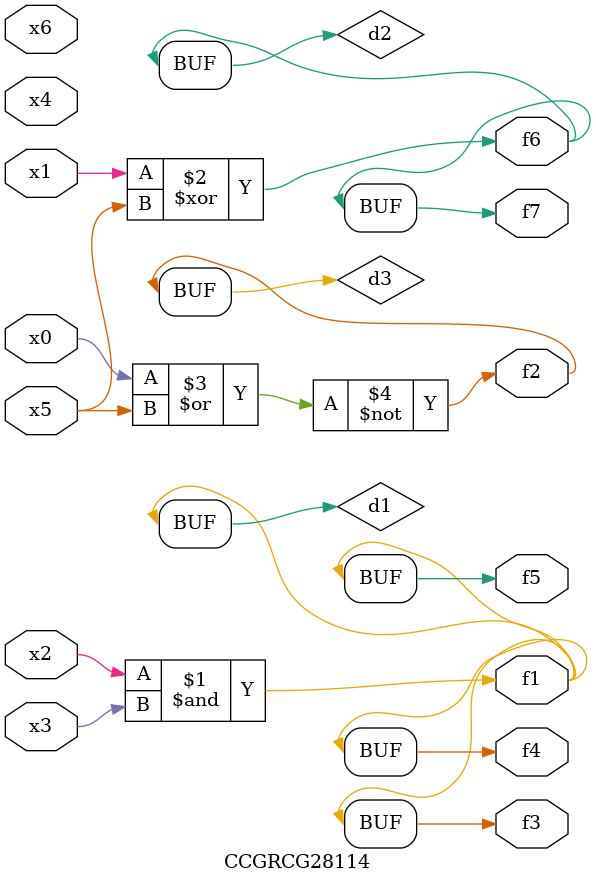
<source format=v>
module CCGRCG28114(
	input x0, x1, x2, x3, x4, x5, x6,
	output f1, f2, f3, f4, f5, f6, f7
);

	wire d1, d2, d3;

	and (d1, x2, x3);
	xor (d2, x1, x5);
	nor (d3, x0, x5);
	assign f1 = d1;
	assign f2 = d3;
	assign f3 = d1;
	assign f4 = d1;
	assign f5 = d1;
	assign f6 = d2;
	assign f7 = d2;
endmodule

</source>
